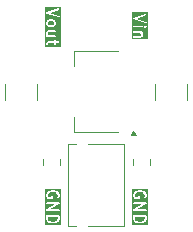
<source format=gbr>
%TF.GenerationSoftware,KiCad,Pcbnew,8.0.3*%
%TF.CreationDate,2024-07-23T12:16:12+02:00*%
%TF.ProjectId,TinyLDOP,54696e79-4c44-44f5-902e-6b696361645f,rev?*%
%TF.SameCoordinates,Original*%
%TF.FileFunction,Legend,Top*%
%TF.FilePolarity,Positive*%
%FSLAX46Y46*%
G04 Gerber Fmt 4.6, Leading zero omitted, Abs format (unit mm)*
G04 Created by KiCad (PCBNEW 8.0.3) date 2024-07-23 12:16:12*
%MOMM*%
%LPD*%
G01*
G04 APERTURE LIST*
%ADD10C,0.150000*%
%ADD11C,0.120000*%
G04 APERTURE END LIST*
D10*
G36*
X71668447Y-77157941D02*
G01*
X71630709Y-77274537D01*
X71557919Y-77348745D01*
X71482783Y-77387437D01*
X71309353Y-77432055D01*
X71184581Y-77433197D01*
X71011458Y-77391171D01*
X70931648Y-77352446D01*
X70855923Y-77278168D01*
X70817130Y-77165090D01*
X70816249Y-77010483D01*
X71667600Y-77009274D01*
X71668447Y-77157941D01*
G37*
G36*
X71928291Y-77693128D02*
G01*
X70556069Y-77693128D01*
X70556069Y-76935589D01*
X70667180Y-76935589D01*
X70668529Y-77172354D01*
X70667769Y-77183065D01*
X70668612Y-77186773D01*
X70668621Y-77188316D01*
X70669379Y-77190146D01*
X70671029Y-77197402D01*
X70716241Y-77329192D01*
X70716241Y-77331172D01*
X70720194Y-77340715D01*
X70724643Y-77353684D01*
X70726409Y-77355720D01*
X70727440Y-77358209D01*
X70736767Y-77369574D01*
X70832534Y-77463511D01*
X70839054Y-77471029D01*
X70842247Y-77473039D01*
X70843370Y-77474140D01*
X70845202Y-77474898D01*
X70851497Y-77478861D01*
X70942729Y-77523129D01*
X70948240Y-77527212D01*
X70959255Y-77531147D01*
X70960466Y-77531735D01*
X70961006Y-77531773D01*
X70962086Y-77532159D01*
X71148451Y-77577399D01*
X71156120Y-77580576D01*
X71165234Y-77581473D01*
X71167106Y-77581928D01*
X71168198Y-77581765D01*
X71170752Y-77582017D01*
X71309331Y-77580749D01*
X71317255Y-77581928D01*
X71326279Y-77580593D01*
X71328241Y-77580576D01*
X71329262Y-77580153D01*
X71331799Y-77579778D01*
X71516497Y-77532260D01*
X71523894Y-77531735D01*
X71534876Y-77527532D01*
X71536121Y-77527212D01*
X71536556Y-77526889D01*
X71537626Y-77526480D01*
X71632182Y-77477787D01*
X71640991Y-77474139D01*
X71643893Y-77471756D01*
X71645307Y-77471029D01*
X71646606Y-77469530D01*
X71652356Y-77464812D01*
X71738840Y-77376642D01*
X71740544Y-77375791D01*
X71747173Y-77368147D01*
X71756922Y-77358209D01*
X71757953Y-77355718D01*
X71759718Y-77353684D01*
X71765712Y-77340258D01*
X71811861Y-77197676D01*
X71815739Y-77188316D01*
X71816109Y-77184552D01*
X71816591Y-77183065D01*
X71816450Y-77181090D01*
X71817180Y-77173684D01*
X71815739Y-76920957D01*
X71804540Y-76893921D01*
X71783848Y-76873229D01*
X71756812Y-76862030D01*
X71742180Y-76860589D01*
X70727548Y-76862030D01*
X70700512Y-76873229D01*
X70679820Y-76893921D01*
X70668621Y-76920957D01*
X70667180Y-76935589D01*
X70556069Y-76935589D01*
X70556069Y-76454159D01*
X70667363Y-76454159D01*
X70668621Y-76464055D01*
X70668621Y-76474030D01*
X70670450Y-76478445D01*
X70671053Y-76483189D01*
X70676003Y-76491853D01*
X70679820Y-76501066D01*
X70683198Y-76504444D01*
X70685572Y-76508598D01*
X70693461Y-76514707D01*
X70700512Y-76521758D01*
X70704928Y-76523587D01*
X70708709Y-76526515D01*
X70718332Y-76529139D01*
X70727548Y-76532957D01*
X70735030Y-76533693D01*
X70736941Y-76534215D01*
X70738416Y-76534027D01*
X70742180Y-76534398D01*
X71756812Y-76532957D01*
X71783848Y-76521758D01*
X71804540Y-76501066D01*
X71815739Y-76474030D01*
X71815739Y-76444766D01*
X71804540Y-76417730D01*
X71783848Y-76397038D01*
X71756812Y-76385839D01*
X71742180Y-76384398D01*
X71022110Y-76385420D01*
X71774809Y-75954073D01*
X71783848Y-75950330D01*
X71787210Y-75946967D01*
X71791380Y-75944578D01*
X71797488Y-75936689D01*
X71804540Y-75929638D01*
X71806370Y-75925219D01*
X71809297Y-75921440D01*
X71811921Y-75911818D01*
X71815739Y-75902602D01*
X71815739Y-75897821D01*
X71816997Y-75893209D01*
X71815739Y-75883312D01*
X71815739Y-75873338D01*
X71813909Y-75868922D01*
X71813307Y-75864179D01*
X71808356Y-75855514D01*
X71804540Y-75846302D01*
X71801161Y-75842923D01*
X71798788Y-75838770D01*
X71790898Y-75832660D01*
X71783848Y-75825610D01*
X71779431Y-75823780D01*
X71775651Y-75820853D01*
X71766027Y-75818228D01*
X71756812Y-75814411D01*
X71749329Y-75813674D01*
X71747419Y-75813153D01*
X71745943Y-75813340D01*
X71742180Y-75812970D01*
X70727548Y-75814411D01*
X70700512Y-75825610D01*
X70679820Y-75846302D01*
X70668621Y-75873338D01*
X70668621Y-75902602D01*
X70679820Y-75929638D01*
X70700512Y-75950330D01*
X70727548Y-75961529D01*
X70742180Y-75962970D01*
X71462249Y-75961947D01*
X70709550Y-76393294D01*
X70700512Y-76397038D01*
X70697149Y-76400400D01*
X70692980Y-76402790D01*
X70686870Y-76410679D01*
X70679820Y-76417730D01*
X70677990Y-76422146D01*
X70675063Y-76425927D01*
X70672438Y-76435550D01*
X70668621Y-76444766D01*
X70668621Y-76449546D01*
X70667363Y-76454159D01*
X70556069Y-76454159D01*
X70556069Y-75173684D01*
X70667180Y-75173684D01*
X70668430Y-75268998D01*
X70667769Y-75278303D01*
X70668600Y-75281957D01*
X70668621Y-75283554D01*
X70669379Y-75285384D01*
X70671029Y-75292640D01*
X70716241Y-75424430D01*
X70716241Y-75426410D01*
X70720194Y-75435953D01*
X70724643Y-75448922D01*
X70726409Y-75450958D01*
X70727440Y-75453447D01*
X70736767Y-75464812D01*
X70795751Y-75521758D01*
X70822787Y-75532957D01*
X70837419Y-75534398D01*
X71185384Y-75532957D01*
X71212420Y-75521758D01*
X71233112Y-75501066D01*
X71244311Y-75474030D01*
X71244311Y-75474029D01*
X71245752Y-75459398D01*
X71244311Y-75254290D01*
X71233112Y-75227254D01*
X71212420Y-75206562D01*
X71185384Y-75195363D01*
X71156120Y-75195363D01*
X71129084Y-75206562D01*
X71108392Y-75227254D01*
X71097193Y-75254290D01*
X71095752Y-75268922D01*
X71096565Y-75384705D01*
X70868993Y-75385647D01*
X70855729Y-75372842D01*
X70817064Y-75260135D01*
X70816128Y-75188758D01*
X70853651Y-75072830D01*
X70926442Y-74998621D01*
X71001577Y-74959930D01*
X71175007Y-74915312D01*
X71299779Y-74914170D01*
X71472902Y-74956196D01*
X71552712Y-74994921D01*
X71628437Y-75069200D01*
X71667259Y-75182365D01*
X71668308Y-75296993D01*
X71622224Y-75391970D01*
X71620150Y-75421160D01*
X71629404Y-75448921D01*
X71648577Y-75471029D01*
X71674752Y-75484116D01*
X71703942Y-75486190D01*
X71731703Y-75476936D01*
X71753811Y-75457763D01*
X71761643Y-75445320D01*
X71803318Y-75359430D01*
X71804540Y-75358209D01*
X71808209Y-75349349D01*
X71814517Y-75336351D01*
X71814708Y-75333661D01*
X71815739Y-75331173D01*
X71817180Y-75316541D01*
X71815878Y-75174322D01*
X71816591Y-75164303D01*
X71815753Y-75160619D01*
X71815739Y-75159052D01*
X71814980Y-75157221D01*
X71813331Y-75149966D01*
X71768120Y-75018175D01*
X71768120Y-75016196D01*
X71764164Y-75006646D01*
X71759718Y-74993684D01*
X71757953Y-74991649D01*
X71756922Y-74989159D01*
X71747594Y-74977794D01*
X71651831Y-74883862D01*
X71645307Y-74876339D01*
X71642110Y-74874326D01*
X71640991Y-74873229D01*
X71639163Y-74872471D01*
X71632864Y-74868507D01*
X71541632Y-74824240D01*
X71536121Y-74820156D01*
X71525101Y-74816218D01*
X71523894Y-74815633D01*
X71523354Y-74815594D01*
X71522275Y-74815209D01*
X71335909Y-74769968D01*
X71328241Y-74766792D01*
X71319126Y-74765894D01*
X71317255Y-74765440D01*
X71316162Y-74765602D01*
X71313609Y-74765351D01*
X71175029Y-74766618D01*
X71167106Y-74765440D01*
X71158081Y-74766774D01*
X71156120Y-74766792D01*
X71155098Y-74767214D01*
X71152562Y-74767590D01*
X70967863Y-74815107D01*
X70960466Y-74815633D01*
X70949483Y-74819836D01*
X70948240Y-74820156D01*
X70947804Y-74820478D01*
X70946735Y-74820888D01*
X70852185Y-74869576D01*
X70843370Y-74873228D01*
X70840464Y-74875612D01*
X70839054Y-74876339D01*
X70837755Y-74877835D01*
X70832005Y-74882556D01*
X70745522Y-74970724D01*
X70743817Y-74971577D01*
X70737180Y-74979228D01*
X70727440Y-74989159D01*
X70726409Y-74991647D01*
X70724643Y-74993684D01*
X70718649Y-75007109D01*
X70672498Y-75149691D01*
X70668621Y-75159052D01*
X70668250Y-75162815D01*
X70667769Y-75164303D01*
X70667909Y-75166278D01*
X70667180Y-75173684D01*
X70556069Y-75173684D01*
X70556069Y-74654240D01*
X71928291Y-74654240D01*
X71928291Y-77693128D01*
G37*
G36*
X79034447Y-77157941D02*
G01*
X78996709Y-77274537D01*
X78923919Y-77348745D01*
X78848783Y-77387437D01*
X78675353Y-77432055D01*
X78550581Y-77433197D01*
X78377458Y-77391171D01*
X78297648Y-77352446D01*
X78221923Y-77278168D01*
X78183130Y-77165090D01*
X78182249Y-77010483D01*
X79033600Y-77009274D01*
X79034447Y-77157941D01*
G37*
G36*
X79294291Y-77693128D02*
G01*
X77922069Y-77693128D01*
X77922069Y-76935589D01*
X78033180Y-76935589D01*
X78034529Y-77172354D01*
X78033769Y-77183065D01*
X78034612Y-77186773D01*
X78034621Y-77188316D01*
X78035379Y-77190146D01*
X78037029Y-77197402D01*
X78082241Y-77329192D01*
X78082241Y-77331172D01*
X78086194Y-77340715D01*
X78090643Y-77353684D01*
X78092409Y-77355720D01*
X78093440Y-77358209D01*
X78102767Y-77369574D01*
X78198534Y-77463511D01*
X78205054Y-77471029D01*
X78208247Y-77473039D01*
X78209370Y-77474140D01*
X78211202Y-77474898D01*
X78217497Y-77478861D01*
X78308729Y-77523129D01*
X78314240Y-77527212D01*
X78325255Y-77531147D01*
X78326466Y-77531735D01*
X78327006Y-77531773D01*
X78328086Y-77532159D01*
X78514451Y-77577399D01*
X78522120Y-77580576D01*
X78531234Y-77581473D01*
X78533106Y-77581928D01*
X78534198Y-77581765D01*
X78536752Y-77582017D01*
X78675331Y-77580749D01*
X78683255Y-77581928D01*
X78692279Y-77580593D01*
X78694241Y-77580576D01*
X78695262Y-77580153D01*
X78697799Y-77579778D01*
X78882497Y-77532260D01*
X78889894Y-77531735D01*
X78900876Y-77527532D01*
X78902121Y-77527212D01*
X78902556Y-77526889D01*
X78903626Y-77526480D01*
X78998182Y-77477787D01*
X79006991Y-77474139D01*
X79009893Y-77471756D01*
X79011307Y-77471029D01*
X79012606Y-77469530D01*
X79018356Y-77464812D01*
X79104840Y-77376642D01*
X79106544Y-77375791D01*
X79113173Y-77368147D01*
X79122922Y-77358209D01*
X79123953Y-77355718D01*
X79125718Y-77353684D01*
X79131712Y-77340258D01*
X79177861Y-77197676D01*
X79181739Y-77188316D01*
X79182109Y-77184552D01*
X79182591Y-77183065D01*
X79182450Y-77181090D01*
X79183180Y-77173684D01*
X79181739Y-76920957D01*
X79170540Y-76893921D01*
X79149848Y-76873229D01*
X79122812Y-76862030D01*
X79108180Y-76860589D01*
X78093548Y-76862030D01*
X78066512Y-76873229D01*
X78045820Y-76893921D01*
X78034621Y-76920957D01*
X78033180Y-76935589D01*
X77922069Y-76935589D01*
X77922069Y-76454159D01*
X78033363Y-76454159D01*
X78034621Y-76464055D01*
X78034621Y-76474030D01*
X78036450Y-76478445D01*
X78037053Y-76483189D01*
X78042003Y-76491853D01*
X78045820Y-76501066D01*
X78049198Y-76504444D01*
X78051572Y-76508598D01*
X78059461Y-76514707D01*
X78066512Y-76521758D01*
X78070928Y-76523587D01*
X78074709Y-76526515D01*
X78084332Y-76529139D01*
X78093548Y-76532957D01*
X78101030Y-76533693D01*
X78102941Y-76534215D01*
X78104416Y-76534027D01*
X78108180Y-76534398D01*
X79122812Y-76532957D01*
X79149848Y-76521758D01*
X79170540Y-76501066D01*
X79181739Y-76474030D01*
X79181739Y-76444766D01*
X79170540Y-76417730D01*
X79149848Y-76397038D01*
X79122812Y-76385839D01*
X79108180Y-76384398D01*
X78388110Y-76385420D01*
X79140809Y-75954073D01*
X79149848Y-75950330D01*
X79153210Y-75946967D01*
X79157380Y-75944578D01*
X79163488Y-75936689D01*
X79170540Y-75929638D01*
X79172370Y-75925219D01*
X79175297Y-75921440D01*
X79177921Y-75911818D01*
X79181739Y-75902602D01*
X79181739Y-75897821D01*
X79182997Y-75893209D01*
X79181739Y-75883312D01*
X79181739Y-75873338D01*
X79179909Y-75868922D01*
X79179307Y-75864179D01*
X79174356Y-75855514D01*
X79170540Y-75846302D01*
X79167161Y-75842923D01*
X79164788Y-75838770D01*
X79156898Y-75832660D01*
X79149848Y-75825610D01*
X79145431Y-75823780D01*
X79141651Y-75820853D01*
X79132027Y-75818228D01*
X79122812Y-75814411D01*
X79115329Y-75813674D01*
X79113419Y-75813153D01*
X79111943Y-75813340D01*
X79108180Y-75812970D01*
X78093548Y-75814411D01*
X78066512Y-75825610D01*
X78045820Y-75846302D01*
X78034621Y-75873338D01*
X78034621Y-75902602D01*
X78045820Y-75929638D01*
X78066512Y-75950330D01*
X78093548Y-75961529D01*
X78108180Y-75962970D01*
X78828249Y-75961947D01*
X78075550Y-76393294D01*
X78066512Y-76397038D01*
X78063149Y-76400400D01*
X78058980Y-76402790D01*
X78052870Y-76410679D01*
X78045820Y-76417730D01*
X78043990Y-76422146D01*
X78041063Y-76425927D01*
X78038438Y-76435550D01*
X78034621Y-76444766D01*
X78034621Y-76449546D01*
X78033363Y-76454159D01*
X77922069Y-76454159D01*
X77922069Y-75173684D01*
X78033180Y-75173684D01*
X78034430Y-75268998D01*
X78033769Y-75278303D01*
X78034600Y-75281957D01*
X78034621Y-75283554D01*
X78035379Y-75285384D01*
X78037029Y-75292640D01*
X78082241Y-75424430D01*
X78082241Y-75426410D01*
X78086194Y-75435953D01*
X78090643Y-75448922D01*
X78092409Y-75450958D01*
X78093440Y-75453447D01*
X78102767Y-75464812D01*
X78161751Y-75521758D01*
X78188787Y-75532957D01*
X78203419Y-75534398D01*
X78551384Y-75532957D01*
X78578420Y-75521758D01*
X78599112Y-75501066D01*
X78610311Y-75474030D01*
X78610311Y-75474029D01*
X78611752Y-75459398D01*
X78610311Y-75254290D01*
X78599112Y-75227254D01*
X78578420Y-75206562D01*
X78551384Y-75195363D01*
X78522120Y-75195363D01*
X78495084Y-75206562D01*
X78474392Y-75227254D01*
X78463193Y-75254290D01*
X78461752Y-75268922D01*
X78462565Y-75384705D01*
X78234993Y-75385647D01*
X78221729Y-75372842D01*
X78183064Y-75260135D01*
X78182128Y-75188758D01*
X78219651Y-75072830D01*
X78292442Y-74998621D01*
X78367577Y-74959930D01*
X78541007Y-74915312D01*
X78665779Y-74914170D01*
X78838902Y-74956196D01*
X78918712Y-74994921D01*
X78994437Y-75069200D01*
X79033259Y-75182365D01*
X79034308Y-75296993D01*
X78988224Y-75391970D01*
X78986150Y-75421160D01*
X78995404Y-75448921D01*
X79014577Y-75471029D01*
X79040752Y-75484116D01*
X79069942Y-75486190D01*
X79097703Y-75476936D01*
X79119811Y-75457763D01*
X79127643Y-75445320D01*
X79169318Y-75359430D01*
X79170540Y-75358209D01*
X79174209Y-75349349D01*
X79180517Y-75336351D01*
X79180708Y-75333661D01*
X79181739Y-75331173D01*
X79183180Y-75316541D01*
X79181878Y-75174322D01*
X79182591Y-75164303D01*
X79181753Y-75160619D01*
X79181739Y-75159052D01*
X79180980Y-75157221D01*
X79179331Y-75149966D01*
X79134120Y-75018175D01*
X79134120Y-75016196D01*
X79130164Y-75006646D01*
X79125718Y-74993684D01*
X79123953Y-74991649D01*
X79122922Y-74989159D01*
X79113594Y-74977794D01*
X79017831Y-74883862D01*
X79011307Y-74876339D01*
X79008110Y-74874326D01*
X79006991Y-74873229D01*
X79005163Y-74872471D01*
X78998864Y-74868507D01*
X78907632Y-74824240D01*
X78902121Y-74820156D01*
X78891101Y-74816218D01*
X78889894Y-74815633D01*
X78889354Y-74815594D01*
X78888275Y-74815209D01*
X78701909Y-74769968D01*
X78694241Y-74766792D01*
X78685126Y-74765894D01*
X78683255Y-74765440D01*
X78682162Y-74765602D01*
X78679609Y-74765351D01*
X78541029Y-74766618D01*
X78533106Y-74765440D01*
X78524081Y-74766774D01*
X78522120Y-74766792D01*
X78521098Y-74767214D01*
X78518562Y-74767590D01*
X78333863Y-74815107D01*
X78326466Y-74815633D01*
X78315483Y-74819836D01*
X78314240Y-74820156D01*
X78313804Y-74820478D01*
X78312735Y-74820888D01*
X78218185Y-74869576D01*
X78209370Y-74873228D01*
X78206464Y-74875612D01*
X78205054Y-74876339D01*
X78203755Y-74877835D01*
X78198005Y-74882556D01*
X78111522Y-74970724D01*
X78109817Y-74971577D01*
X78103180Y-74979228D01*
X78093440Y-74989159D01*
X78092409Y-74991647D01*
X78090643Y-74993684D01*
X78084649Y-75007109D01*
X78038498Y-75149691D01*
X78034621Y-75159052D01*
X78034250Y-75162815D01*
X78033769Y-75164303D01*
X78033909Y-75166278D01*
X78033180Y-75173684D01*
X77922069Y-75173684D01*
X77922069Y-74654240D01*
X79294291Y-74654240D01*
X79294291Y-77693128D01*
G37*
G36*
X71267205Y-60469307D02*
G01*
X71298532Y-60499551D01*
X71333990Y-60568408D01*
X71334975Y-60676040D01*
X71301795Y-60744421D01*
X71271550Y-60775749D01*
X71202827Y-60811138D01*
X70952508Y-60812339D01*
X70883823Y-60779012D01*
X70852495Y-60748766D01*
X70817036Y-60679911D01*
X70816051Y-60572280D01*
X70849232Y-60503897D01*
X70879477Y-60472569D01*
X70948200Y-60437180D01*
X71198519Y-60435979D01*
X71267205Y-60469307D01*
G37*
G36*
X71927702Y-62642163D02*
G01*
X70556069Y-62642163D01*
X70556069Y-62362255D01*
X70667180Y-62362255D01*
X70668621Y-62472125D01*
X70679820Y-62499161D01*
X70700512Y-62519853D01*
X70727548Y-62531052D01*
X70756812Y-62531052D01*
X70783848Y-62519853D01*
X70804540Y-62499161D01*
X70815739Y-62472125D01*
X70817180Y-62457493D01*
X70816183Y-62381532D01*
X70844481Y-62323212D01*
X70900486Y-62294372D01*
X71334637Y-62293654D01*
X71335288Y-62472125D01*
X71346487Y-62499161D01*
X71367179Y-62519853D01*
X71394215Y-62531052D01*
X71423479Y-62531052D01*
X71450515Y-62519853D01*
X71471207Y-62499161D01*
X71482406Y-62472125D01*
X71483847Y-62457493D01*
X71483249Y-62293409D01*
X71756812Y-62292957D01*
X71783848Y-62281758D01*
X71804540Y-62261066D01*
X71815739Y-62234030D01*
X71815739Y-62204766D01*
X71804540Y-62177730D01*
X71783848Y-62157038D01*
X71756812Y-62145839D01*
X71742180Y-62144398D01*
X71482708Y-62144826D01*
X71482406Y-62061909D01*
X71471207Y-62034873D01*
X71450515Y-62014181D01*
X71423479Y-62002982D01*
X71394215Y-62002982D01*
X71367179Y-62014181D01*
X71346487Y-62034873D01*
X71335288Y-62061909D01*
X71333847Y-62076541D01*
X71334096Y-62145072D01*
X70896842Y-62145795D01*
X70894418Y-62144987D01*
X70882713Y-62145818D01*
X70870406Y-62145839D01*
X70867917Y-62146869D01*
X70865228Y-62147061D01*
X70851497Y-62152316D01*
X70760114Y-62199374D01*
X70752659Y-62201859D01*
X70748814Y-62205192D01*
X70743816Y-62207767D01*
X70737655Y-62214871D01*
X70730551Y-62221032D01*
X70725887Y-62228439D01*
X70724643Y-62229875D01*
X70724258Y-62231027D01*
X70722718Y-62233475D01*
X70681041Y-62319365D01*
X70679820Y-62320587D01*
X70676149Y-62329446D01*
X70669843Y-62342445D01*
X70669651Y-62345134D01*
X70668621Y-62347623D01*
X70667180Y-62362255D01*
X70556069Y-62362255D01*
X70556069Y-61457493D01*
X70667180Y-61457493D01*
X70668384Y-61589123D01*
X70667769Y-61590970D01*
X70668494Y-61601184D01*
X70668621Y-61614982D01*
X70669651Y-61617470D01*
X70669843Y-61620160D01*
X70675098Y-61633892D01*
X70699697Y-61681661D01*
X70679820Y-61701539D01*
X70668621Y-61728575D01*
X70668621Y-61757839D01*
X70679820Y-61784875D01*
X70700512Y-61805567D01*
X70727548Y-61816766D01*
X70742180Y-61818207D01*
X71423479Y-61816766D01*
X71450515Y-61805567D01*
X71471207Y-61784875D01*
X71482406Y-61757839D01*
X71482406Y-61728575D01*
X71471207Y-61701539D01*
X71450515Y-61680847D01*
X71423479Y-61669648D01*
X71408847Y-61668207D01*
X70868881Y-61669349D01*
X70852495Y-61653528D01*
X70817036Y-61584673D01*
X70816051Y-61477042D01*
X70844481Y-61418450D01*
X70900517Y-61389594D01*
X71423479Y-61388195D01*
X71450515Y-61376996D01*
X71471207Y-61356304D01*
X71482406Y-61329268D01*
X71482406Y-61300004D01*
X71471207Y-61272968D01*
X71450515Y-61252276D01*
X71423479Y-61241077D01*
X71408847Y-61239636D01*
X70896762Y-61241006D01*
X70894418Y-61240225D01*
X70882897Y-61241043D01*
X70870406Y-61241077D01*
X70867917Y-61242107D01*
X70865228Y-61242299D01*
X70851497Y-61247554D01*
X70760114Y-61294612D01*
X70752659Y-61297097D01*
X70748814Y-61300430D01*
X70743816Y-61303005D01*
X70737655Y-61310109D01*
X70730551Y-61316270D01*
X70725887Y-61323677D01*
X70724643Y-61325113D01*
X70724258Y-61326265D01*
X70722718Y-61328713D01*
X70681041Y-61414603D01*
X70679820Y-61415825D01*
X70676149Y-61424684D01*
X70669843Y-61437683D01*
X70669651Y-61440372D01*
X70668621Y-61442861D01*
X70667180Y-61457493D01*
X70556069Y-61457493D01*
X70556069Y-60552731D01*
X70667180Y-60552731D01*
X70668384Y-60684361D01*
X70667769Y-60686208D01*
X70668494Y-60696422D01*
X70668621Y-60710220D01*
X70669651Y-60712708D01*
X70669843Y-60715398D01*
X70675098Y-60729130D01*
X70723790Y-60823682D01*
X70727440Y-60832494D01*
X70729823Y-60835398D01*
X70730551Y-60836811D01*
X70732049Y-60838110D01*
X70736767Y-60843859D01*
X70785802Y-60891200D01*
X70791435Y-60897695D01*
X70794580Y-60899674D01*
X70795751Y-60900805D01*
X70797578Y-60901562D01*
X70803878Y-60905527D01*
X70889767Y-60947202D01*
X70890989Y-60948424D01*
X70899848Y-60952093D01*
X70912847Y-60958401D01*
X70915536Y-60958592D01*
X70918025Y-60959623D01*
X70932657Y-60961064D01*
X71206811Y-60959748D01*
X71208990Y-60960475D01*
X71220110Y-60959684D01*
X71233003Y-60959623D01*
X71235492Y-60958591D01*
X71238180Y-60958401D01*
X71251912Y-60953146D01*
X71346468Y-60904453D01*
X71355277Y-60900805D01*
X71358179Y-60898422D01*
X71359593Y-60897695D01*
X71360892Y-60896196D01*
X71366642Y-60891478D01*
X71413983Y-60842442D01*
X71420478Y-60836810D01*
X71422457Y-60833664D01*
X71423588Y-60832494D01*
X71424345Y-60830666D01*
X71428310Y-60824367D01*
X71469985Y-60738477D01*
X71471207Y-60737256D01*
X71474876Y-60728396D01*
X71481184Y-60715398D01*
X71481375Y-60712708D01*
X71482406Y-60710220D01*
X71483847Y-60695588D01*
X71482642Y-60563957D01*
X71483258Y-60562111D01*
X71482532Y-60551896D01*
X71482406Y-60538099D01*
X71481375Y-60535610D01*
X71481184Y-60532921D01*
X71475929Y-60519190D01*
X71427237Y-60424635D01*
X71423588Y-60415825D01*
X71421205Y-60412922D01*
X71420478Y-60411509D01*
X71418979Y-60410209D01*
X71414261Y-60404460D01*
X71365225Y-60357118D01*
X71359593Y-60350624D01*
X71356447Y-60348644D01*
X71355277Y-60347514D01*
X71353449Y-60346756D01*
X71347150Y-60342792D01*
X71261261Y-60301117D01*
X71260039Y-60299895D01*
X71251173Y-60296222D01*
X71238180Y-60289918D01*
X71235492Y-60289727D01*
X71233003Y-60288696D01*
X71218371Y-60287255D01*
X70944216Y-60288570D01*
X70942037Y-60287844D01*
X70930916Y-60288634D01*
X70918025Y-60288696D01*
X70915536Y-60289726D01*
X70912847Y-60289918D01*
X70899116Y-60295173D01*
X70804561Y-60343864D01*
X70795751Y-60347514D01*
X70792848Y-60349896D01*
X70791435Y-60350624D01*
X70790135Y-60352122D01*
X70784386Y-60356841D01*
X70737045Y-60405875D01*
X70730551Y-60411508D01*
X70728570Y-60414653D01*
X70727440Y-60415825D01*
X70726683Y-60417652D01*
X70722718Y-60423951D01*
X70681041Y-60509841D01*
X70679820Y-60511063D01*
X70676149Y-60519922D01*
X70669843Y-60532921D01*
X70669651Y-60535610D01*
X70668621Y-60538099D01*
X70667180Y-60552731D01*
X70556069Y-60552731D01*
X70556069Y-59733827D01*
X70667769Y-59733827D01*
X70668435Y-59743207D01*
X70667769Y-59752587D01*
X70669464Y-59757672D01*
X70669844Y-59763017D01*
X70674048Y-59771426D01*
X70677023Y-59780350D01*
X70680534Y-59784398D01*
X70682930Y-59789190D01*
X70690034Y-59795352D01*
X70696197Y-59802457D01*
X70700988Y-59804852D01*
X70705037Y-59808364D01*
X70718463Y-59814358D01*
X71732799Y-60150951D01*
X71761989Y-60148876D01*
X71788163Y-60135790D01*
X71807337Y-60113682D01*
X71816591Y-60085920D01*
X71814516Y-60056730D01*
X71801429Y-60030557D01*
X71779322Y-60011383D01*
X71765897Y-60005389D01*
X70977103Y-59743639D01*
X71779322Y-59475031D01*
X71801429Y-59455857D01*
X71814516Y-59429684D01*
X71816591Y-59400494D01*
X71807337Y-59372732D01*
X71788163Y-59350624D01*
X71761989Y-59337538D01*
X71732799Y-59335463D01*
X71718463Y-59338723D01*
X70727584Y-59670500D01*
X70722370Y-59670871D01*
X70714041Y-59675034D01*
X70705037Y-59678050D01*
X70700988Y-59681561D01*
X70696197Y-59683957D01*
X70690034Y-59691061D01*
X70682930Y-59697224D01*
X70680534Y-59702015D01*
X70677023Y-59706064D01*
X70674048Y-59714987D01*
X70669844Y-59723397D01*
X70669464Y-59728741D01*
X70667769Y-59733827D01*
X70556069Y-59733827D01*
X70556069Y-59224352D01*
X71927702Y-59224352D01*
X71927702Y-62642163D01*
G37*
G36*
X79293702Y-62000747D02*
G01*
X77922658Y-62000747D01*
X77922658Y-61371433D01*
X78034621Y-61371433D01*
X78034621Y-61400697D01*
X78045820Y-61427733D01*
X78066512Y-61448425D01*
X78093548Y-61459624D01*
X78108180Y-61461065D01*
X78648146Y-61459922D01*
X78664532Y-61475742D01*
X78699990Y-61544599D01*
X78700975Y-61652231D01*
X78672546Y-61710821D01*
X78616510Y-61739677D01*
X78093548Y-61741077D01*
X78066512Y-61752276D01*
X78045820Y-61772968D01*
X78034621Y-61800004D01*
X78034621Y-61829268D01*
X78045820Y-61856304D01*
X78066512Y-61876996D01*
X78093548Y-61888195D01*
X78108180Y-61889636D01*
X78620264Y-61888265D01*
X78622609Y-61889047D01*
X78634129Y-61888228D01*
X78646622Y-61888195D01*
X78649111Y-61887163D01*
X78651799Y-61886973D01*
X78665531Y-61881718D01*
X78756915Y-61834658D01*
X78764370Y-61832174D01*
X78768212Y-61828841D01*
X78773212Y-61826267D01*
X78779373Y-61819162D01*
X78786478Y-61813001D01*
X78791139Y-61805595D01*
X78792385Y-61804159D01*
X78792769Y-61803005D01*
X78794310Y-61800558D01*
X78835985Y-61714668D01*
X78837207Y-61713447D01*
X78840876Y-61704587D01*
X78847184Y-61691589D01*
X78847375Y-61688899D01*
X78848406Y-61686411D01*
X78849847Y-61671779D01*
X78848642Y-61540148D01*
X78849258Y-61538302D01*
X78848532Y-61528087D01*
X78848406Y-61514290D01*
X78847375Y-61511801D01*
X78847184Y-61509112D01*
X78841929Y-61495381D01*
X78817329Y-61447610D01*
X78837207Y-61427733D01*
X78848406Y-61400697D01*
X78848406Y-61371433D01*
X78837207Y-61344397D01*
X78816515Y-61323705D01*
X78789479Y-61312506D01*
X78774847Y-61311065D01*
X78093548Y-61312506D01*
X78066512Y-61323705D01*
X78045820Y-61344397D01*
X78034621Y-61371433D01*
X77922658Y-61371433D01*
X77922658Y-60895243D01*
X78034621Y-60895243D01*
X78034621Y-60924507D01*
X78045820Y-60951543D01*
X78066512Y-60972235D01*
X78093548Y-60983434D01*
X78108180Y-60984875D01*
X78789479Y-60983434D01*
X78816515Y-60972235D01*
X78837207Y-60951543D01*
X78848406Y-60924507D01*
X78848406Y-60895244D01*
X78939383Y-60895244D01*
X78939383Y-60924506D01*
X78950582Y-60951543D01*
X78959909Y-60962908D01*
X79018893Y-61019854D01*
X79045929Y-61031053D01*
X79045930Y-61031053D01*
X79075192Y-61031053D01*
X79102229Y-61019854D01*
X79113594Y-61010527D01*
X79170540Y-60951543D01*
X79181739Y-60924507D01*
X79181739Y-60895244D01*
X79174136Y-60876888D01*
X79170540Y-60868207D01*
X79161213Y-60856842D01*
X79102229Y-60799896D01*
X79075192Y-60788697D01*
X79045929Y-60788697D01*
X79018893Y-60799896D01*
X79007528Y-60809223D01*
X78950582Y-60868207D01*
X78939383Y-60895244D01*
X78848406Y-60895244D01*
X78848406Y-60895243D01*
X78837207Y-60868207D01*
X78816515Y-60847515D01*
X78789479Y-60836316D01*
X78774847Y-60834875D01*
X78093548Y-60836316D01*
X78066512Y-60847515D01*
X78045820Y-60868207D01*
X78034621Y-60895243D01*
X77922658Y-60895243D01*
X77922658Y-60233828D01*
X78033769Y-60233828D01*
X78034435Y-60243208D01*
X78033769Y-60252588D01*
X78035464Y-60257673D01*
X78035844Y-60263018D01*
X78040048Y-60271427D01*
X78043023Y-60280351D01*
X78046534Y-60284399D01*
X78048930Y-60289191D01*
X78056034Y-60295353D01*
X78062197Y-60302458D01*
X78066988Y-60304853D01*
X78071037Y-60308365D01*
X78084463Y-60314359D01*
X79098799Y-60650952D01*
X79127989Y-60648877D01*
X79154163Y-60635791D01*
X79173337Y-60613683D01*
X79182591Y-60585921D01*
X79180516Y-60556731D01*
X79167429Y-60530558D01*
X79145322Y-60511384D01*
X79131897Y-60505390D01*
X78343103Y-60243640D01*
X79145322Y-59975032D01*
X79167429Y-59955858D01*
X79180516Y-59929685D01*
X79182591Y-59900495D01*
X79173337Y-59872733D01*
X79154163Y-59850625D01*
X79127989Y-59837539D01*
X79098799Y-59835464D01*
X79084463Y-59838724D01*
X78093584Y-60170501D01*
X78088370Y-60170872D01*
X78080041Y-60175035D01*
X78071037Y-60178051D01*
X78066988Y-60181562D01*
X78062197Y-60183958D01*
X78056034Y-60191062D01*
X78048930Y-60197225D01*
X78046534Y-60202016D01*
X78043023Y-60206065D01*
X78040048Y-60214988D01*
X78035844Y-60223398D01*
X78035464Y-60228742D01*
X78033769Y-60233828D01*
X77922658Y-60233828D01*
X77922658Y-59724353D01*
X79293702Y-59724353D01*
X79293702Y-62000747D01*
G37*
D11*
%TO.C,C2*%
X79920000Y-67169752D02*
X79920000Y-65747248D01*
X82640000Y-67169752D02*
X82640000Y-65747248D01*
%TO.C,C1*%
X67220000Y-67169752D02*
X67220000Y-65747248D01*
X69940000Y-67169752D02*
X69940000Y-65747248D01*
%TO.C,R1*%
X70385000Y-72162936D02*
X70385000Y-72617064D01*
X71855000Y-72162936D02*
X71855000Y-72617064D01*
%TO.C,RV1*%
X72565000Y-70835000D02*
X73210000Y-70835000D01*
X72565000Y-77785000D02*
X72565000Y-70835000D01*
X72565000Y-77785000D02*
X73210000Y-77785000D01*
X74200000Y-70835000D02*
X77305000Y-70835000D01*
X74200000Y-77785000D02*
X77305000Y-77785000D01*
X77305000Y-77785000D02*
X77305000Y-70835000D01*
%TO.C,U1*%
X73020000Y-63011000D02*
X73020000Y-64271000D01*
X73020000Y-69831000D02*
X73020000Y-68571000D01*
X76780000Y-63011000D02*
X73020000Y-63011000D01*
X76780000Y-69831000D02*
X73020000Y-69831000D01*
X78300000Y-70061000D02*
X77820000Y-70061000D01*
X78060000Y-69731000D01*
X78300000Y-70061000D01*
G36*
X78300000Y-70061000D02*
G01*
X77820000Y-70061000D01*
X78060000Y-69731000D01*
X78300000Y-70061000D01*
G37*
%TO.C,C3*%
X78005000Y-72617064D02*
X78005000Y-72162936D01*
X79475000Y-72617064D02*
X79475000Y-72162936D01*
%TD*%
M02*

</source>
